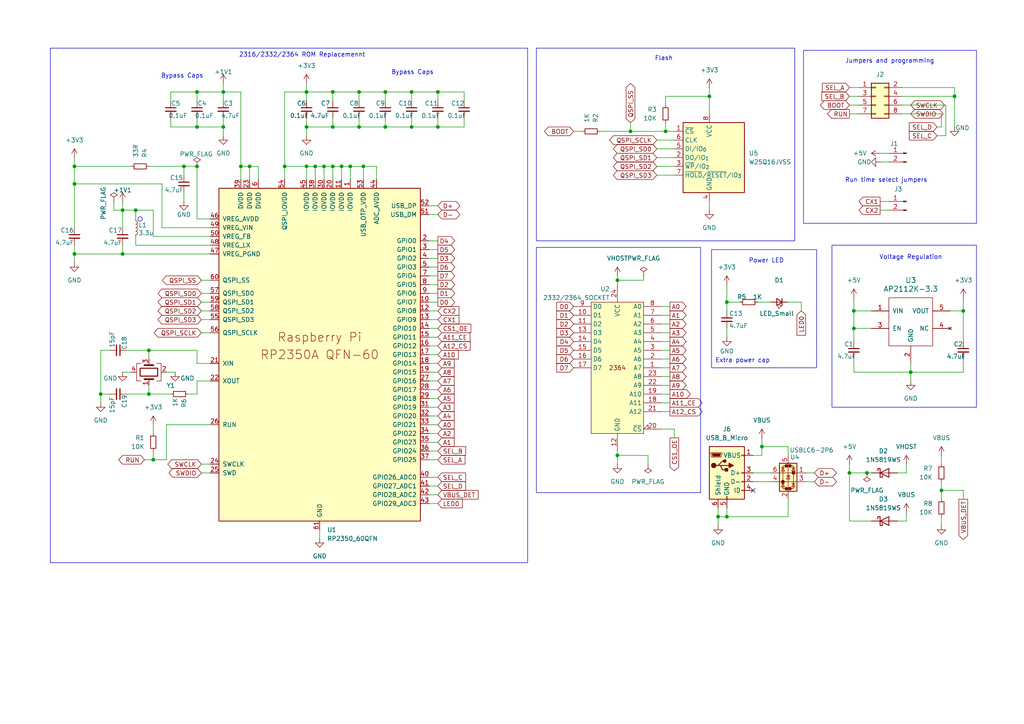
<source format=kicad_sch>
(kicad_sch (version 20250114) (generator "eeschema") (generator_version "9.0")
  (paper "A4")
  (title_block (title "One ROM") (date "2026-01-05") (rev "Fire 24 rev D") (company "piers.rocks") (comment 1 "(c) Piers Finlayson 2026"))
  (rectangle (start 155.575 71.755) (end 203.2 142.875))
  (circle (center 40.64 63.5) (radius 0.635))
  (rectangle (start 155.575 13.97) (end 230.505 69.85))
  (rectangle (start 236.855 99.06) (end 236.855 99.06))
  (rectangle (start 14.605 13.97) (end 153.035 163.195))
  (rectangle (start 233.045 14.605) (end 283.21 64.77))
  (rectangle (start 206.375 72.39) (end 236.855 106.68))
  (rectangle (start 241.3 71.12) (end 283.21 118.11))
  (text "Run time select jumpers" (at 257.048 52.324 0) (effects (font (size 1.27 1.27))))
  (text "Voltage Regulation" (at 264.16 74.676 0) (effects (font (size 1.27 1.27))))
  (text "Extra power cap" (at 215.392 104.648 0) (effects (font (size 1.27 1.27))))
  (text "2316/2332/2364 ROM Replacemennt" (at 87.63 16.002 0) (effects (font (size 1.27 1.27))))
  (text "Bypass Caps" (at 52.832 22.098 0) (effects (font (size 1.27 1.27))))
  (text "Power LED" (at 222.25 75.692 0) (effects (font (size 1.27 1.27))))
  (text "Bypass Caps" (at 119.634 21.082 0) (effects (font (size 1.27 1.27))))
  (text "Flash" (at 192.532 17.018 0) (effects (font (size 1.27 1.27))))
  (text "Jumpers and programming" (at 258.064 17.78 0) (effects (font (size 1.27 1.27))))
  (junction (at 35.56 60.96))
  (junction (at 21.59 48.26))
  (junction (at 21.59 73.66))
  (junction (at 104.14 36.83))
  (junction (at 104.14 26.67))
  (junction (at 82.55 48.26))
  (junction (at 96.52 36.83))
  (junction (at 179.07 132.08))
  (junction (at 273.05 142.24))
  (junction (at 72.39 48.26))
  (junction (at 119.38 26.67))
  (junction (at 57.15 36.83))
  (junction (at 43.18 114.3))
  (junction (at 111.76 36.83))
  (junction (at 29.21 114.3))
  (junction (at 182.88 38.1))
  (junction (at 35.56 73.66))
  (junction (at 69.85 48.26))
  (junction (at 64.77 26.67))
  (junction (at 208.28 149.86))
  (junction (at 205.74 27.94))
  (junction (at 179.07 81.28))
  (junction (at 247.65 90.17))
  (junction (at 96.52 48.26))
  (junction (at 88.9 26.67))
  (junction (at 57.15 26.67))
  (junction (at 105.41 48.26))
  (junction (at 91.44 48.26))
  (junction (at 264.16 107.95))
  (junction (at 99.06 48.26))
  (junction (at 21.59 53.34))
  (junction (at 101.6 48.26))
  (junction (at 210.82 149.86))
  (junction (at 88.9 48.26))
  (junction (at 210.82 87.63))
  (junction (at 247.65 95.25))
  (junction (at 93.98 48.26))
  (junction (at 53.34 48.26))
  (junction (at 44.45 133.35))
  (junction (at 193.04 38.1))
  (junction (at 127 26.67))
  (junction (at 88.9 36.83))
  (junction (at 246.38 137.16))
  (junction (at 127 36.83))
  (junction (at 96.52 26.67))
  (junction (at 220.98 129.54))
  (junction (at 119.38 36.83))
  (junction (at 39.37 60.96))
  (junction (at 64.77 36.83))
  (junction (at 111.76 26.67))
  (junction (at 251.46 137.16))
  (junction (at 279.4 90.17))
  (junction (at 57.15 48.26))
  (junction (at 276.86 27.94))
  (junction (at 43.18 101.6))
  (no_connect (at 218.44 142.24))
  (wire (pts (xy 279.4 90.17) (xy 279.4 99.06)))
  (wire (pts (xy 91.44 48.26) (xy 93.98 48.26)))
  (wire (pts (xy 232.41 87.63) (xy 232.41 90.17)))
  (wire (pts (xy 93.98 48.26) (xy 96.52 48.26)))
  (wire (pts (xy 186.69 81.28) (xy 179.07 81.28)))
  (wire (pts (xy 92.71 153.67) (xy 92.71 156.21)))
  (wire (pts (xy 44.45 68.58) (xy 60.96 68.58)))
  (wire (pts (xy 43.18 101.6) (xy 43.18 104.14)))
  (wire (pts (xy 220.98 129.54) (xy 228.6 129.54)))
  (wire (pts (xy 104.14 29.21) (xy 104.14 26.67)))
  (wire (pts (xy 119.38 34.29) (xy 119.38 36.83)))
  (wire (pts (xy 191.77 101.6) (xy 194.31 101.6)))
  (wire (pts (xy 69.85 26.67) (xy 64.77 26.67)))
  (wire (pts (xy 58.42 92.71) (xy 60.96 92.71)))
  (wire (pts (xy 88.9 52.07) (xy 88.9 48.26)))
  (wire (pts (xy 208.28 147.32) (xy 208.28 149.86)))
  (wire (pts (xy 104.14 36.83) (xy 104.14 34.29)))
  (wire (pts (xy 246.38 30.48) (xy 248.92 30.48)))
  (wire (pts (xy 43.18 111.76) (xy 43.18 114.3)))
  (wire (pts (xy 124.46 128.27) (xy 127 128.27)))
  (wire (pts (xy 273.05 132.08) (xy 273.05 134.62)))
  (wire (pts (xy 246.38 25.4) (xy 248.92 25.4)))
  (wire (pts (xy 247.65 107.95) (xy 264.16 107.95)))
  (wire (pts (xy 127 77.47) (xy 124.46 77.47)))
  (wire (pts (xy 49.53 26.67) (xy 49.53 29.21)))
  (wire (pts (xy 93.98 48.26) (xy 93.98 52.07)))
  (wire (pts (xy 99.06 48.26) (xy 99.06 52.07)))
  (wire (pts (xy 29.21 116.84) (xy 29.21 114.3)))
  (wire (pts (xy 101.6 52.07) (xy 101.6 48.26)))
  (wire (pts (xy 21.59 48.26) (xy 21.59 53.34)))
  (wire (pts (xy 195.58 124.46) (xy 195.58 127)))
  (wire (pts (xy 262.89 134.62) (xy 262.89 137.16)))
  (wire (pts (xy 53.34 55.88) (xy 53.34 58.42)))
  (wire (pts (xy 127 146.05) (xy 124.46 146.05)))
  (wire (pts (xy 191.77 96.52) (xy 194.31 96.52)))
  (wire (pts (xy 119.38 26.67) (xy 127 26.67)))
  (wire (pts (xy 91.44 52.07) (xy 91.44 48.26)))
  (wire (pts (xy 57.15 36.83) (xy 64.77 36.83)))
  (wire (pts (xy 264.16 107.95) (xy 264.16 110.49)))
  (wire (pts (xy 276.86 27.94) (xy 276.86 25.4)))
  (wire (pts (xy 57.15 36.83) (xy 57.15 34.29)))
  (wire (pts (xy 246.38 27.94) (xy 248.92 27.94)))
  (wire (pts (xy 255.27 44.45) (xy 257.81 44.45)))
  (wire (pts (xy 35.56 60.96) (xy 35.56 66.04)))
  (wire (pts (xy 233.68 139.7) (xy 236.22 139.7)))
  (wire (pts (xy 57.15 110.49) (xy 60.96 110.49)))
  (wire (pts (xy 233.68 137.16) (xy 236.22 137.16)))
  (wire (pts (xy 210.82 87.63) (xy 210.82 90.17)))
  (wire (pts (xy 210.82 95.25) (xy 210.82 97.79)))
  (wire (pts (xy 82.55 52.07) (xy 82.55 48.26)))
  (wire (pts (xy 58.42 96.52) (xy 60.96 96.52)))
  (wire (pts (xy 191.77 88.9) (xy 194.31 88.9)))
  (wire (pts (xy 39.37 71.12) (xy 39.37 68.58)))
  (wire (pts (xy 29.21 114.3) (xy 29.21 101.6)))
  (wire (pts (xy 273.05 36.83) (xy 273.05 33.02)))
  (wire (pts (xy 57.15 48.26) (xy 53.34 48.26)))
  (wire (pts (xy 104.14 26.67) (xy 111.76 26.67)))
  (wire (pts (xy 205.74 25.4) (xy 205.74 27.94)))
  (wire (pts (xy 220.98 129.54) (xy 220.98 127)))
  (wire (pts (xy 88.9 26.67) (xy 88.9 29.21)))
  (wire (pts (xy 96.52 34.29) (xy 96.52 36.83)))
  (wire (pts (xy 124.46 100.33) (xy 127 100.33)))
  (wire (pts (xy 36.83 114.3) (xy 43.18 114.3)))
  (wire (pts (xy 44.45 123.19) (xy 44.45 125.73)))
  (wire (pts (xy 46.99 53.34) (xy 21.59 53.34)))
  (wire (pts (xy 39.37 60.96) (xy 44.45 60.96)))
  (wire (pts (xy 57.15 26.67) (xy 64.77 26.67)))
  (wire (pts (xy 64.77 24.13) (xy 64.77 26.67)))
  (wire (pts (xy 279.4 107.95) (xy 279.4 104.14)))
  (wire (pts (xy 60.96 66.04) (xy 46.99 66.04)))
  (wire (pts (xy 74.93 48.26) (xy 72.39 48.26)))
  (wire (pts (xy 21.59 73.66) (xy 35.56 73.66)))
  (wire (pts (xy 210.82 82.55) (xy 210.82 87.63)))
  (wire (pts (xy 88.9 48.26) (xy 91.44 48.26)))
  (wire (pts (xy 127 69.85) (xy 124.46 69.85)))
  (wire (pts (xy 247.65 95.25) (xy 247.65 99.06)))
  (wire (pts (xy 35.56 71.12) (xy 35.56 73.66)))
  (wire (pts (xy 48.26 123.19) (xy 48.26 133.35)))
  (wire (pts (xy 127 138.43) (xy 124.46 138.43)))
  (wire (pts (xy 104.14 36.83) (xy 111.76 36.83)))
  (wire (pts (xy 124.46 95.25) (xy 127 95.25)))
  (wire (pts (xy 49.53 36.83) (xy 49.53 34.29)))
  (wire (pts (xy 35.56 107.95) (xy 38.1 107.95)))
  (wire (pts (xy 182.88 38.1) (xy 193.04 38.1)))
  (wire (pts (xy 205.74 27.94) (xy 205.74 33.02)))
  (wire (pts (xy 255.27 46.99) (xy 257.81 46.99)))
  (wire (pts (xy 166.37 38.1) (xy 168.91 38.1)))
  (wire (pts (xy 191.77 93.98) (xy 194.31 93.98)))
  (wire (pts (xy 21.59 45.72) (xy 21.59 48.26)))
  (wire (pts (xy 275.59 90.17) (xy 279.4 90.17)))
  (wire (pts (xy 119.38 36.83) (xy 127 36.83)))
  (wire (pts (xy 247.65 90.17) (xy 252.73 90.17)))
  (wire (pts (xy 53.34 48.26) (xy 53.34 50.8)))
  (wire (pts (xy 111.76 36.83) (xy 119.38 36.83)))
  (wire (pts (xy 273.05 142.24) (xy 279.4 142.24)))
  (wire (pts (xy 43.18 48.26) (xy 53.34 48.26)))
  (wire (pts (xy 246.38 137.16) (xy 246.38 151.13)))
  (wire (pts (xy 21.59 71.12) (xy 21.59 73.66)))
  (wire (pts (xy 58.42 87.63) (xy 60.96 87.63)))
  (wire (pts (xy 218.44 132.08) (xy 220.98 132.08)))
  (wire (pts (xy 228.6 132.08) (xy 228.6 129.54)))
  (wire (pts (xy 44.45 133.35) (xy 41.91 133.35)))
  (wire (pts (xy 261.62 27.94) (xy 276.86 27.94)))
  (wire (pts (xy 124.46 92.71) (xy 127 92.71)))
  (wire (pts (xy 29.21 101.6) (xy 31.75 101.6)))
  (wire (pts (xy 21.59 48.26) (xy 38.1 48.26)))
  (wire (pts (xy 273.05 149.86) (xy 273.05 152.4)))
  (wire (pts (xy 29.21 114.3) (xy 31.75 114.3)))
  (wire (pts (xy 190.5 43.18) (xy 195.58 43.18)))
  (wire (pts (xy 273.05 142.24) (xy 273.05 144.78)))
  (wire (pts (xy 35.56 73.66) (xy 60.96 73.66)))
  (wire (pts (xy 124.46 62.23) (xy 127 62.23)))
  (wire (pts (xy 64.77 26.67) (xy 64.77 29.21)))
  (wire (pts (xy 39.37 60.96) (xy 35.56 60.96)))
  (wire (pts (xy 247.65 90.17) (xy 247.65 95.25)))
  (wire (pts (xy 205.74 58.42) (xy 205.74 60.96)))
  (wire (pts (xy 88.9 36.83) (xy 88.9 34.29)))
  (wire (pts (xy 127 140.97) (xy 124.46 140.97)))
  (wire (pts (xy 124.46 59.69) (xy 127 59.69)))
  (wire (pts (xy 255.27 60.96) (xy 257.81 60.96)))
  (wire (pts (xy 127 118.11) (xy 124.46 118.11)))
  (wire (pts (xy 220.98 132.08) (xy 220.98 129.54)))
  (wire (pts (xy 21.59 73.66) (xy 21.59 76.2)))
  (wire (pts (xy 88.9 26.67) (xy 96.52 26.67)))
  (wire (pts (xy 193.04 30.48) (xy 193.04 27.94)))
  (wire (pts (xy 39.37 60.96) (xy 39.37 63.5)))
  (wire (pts (xy 44.45 60.96) (xy 44.45 68.58)))
  (wire (pts (xy 124.46 107.95) (xy 127 107.95)))
  (wire (pts (xy 104.14 26.67) (xy 96.52 26.67)))
  (wire (pts (xy 58.42 134.62) (xy 60.96 134.62)))
  (wire (pts (xy 105.41 48.26) (xy 105.41 52.07)))
  (wire (pts (xy 232.41 87.63) (xy 228.6 87.63)))
  (wire (pts (xy 127 143.51) (xy 124.46 143.51)))
  (wire (pts (xy 88.9 24.13) (xy 88.9 26.67)))
  (wire (pts (xy 228.6 149.86) (xy 228.6 144.78)))
  (wire (pts (xy 124.46 90.17) (xy 127 90.17)))
  (wire (pts (xy 218.44 137.16) (xy 223.52 137.16)))
  (wire (pts (xy 48.26 133.35) (xy 44.45 133.35)))
  (wire (pts (xy 173.99 38.1) (xy 182.88 38.1)))
  (wire (pts (xy 127 26.67) (xy 134.62 26.67)))
  (wire (pts (xy 247.65 104.14) (xy 247.65 107.95)))
  (wire (pts (xy 127 36.83) (xy 134.62 36.83)))
  (wire (pts (xy 279.4 86.36) (xy 279.4 90.17)))
  (wire (pts (xy 124.46 113.03) (xy 127 113.03)))
  (wire (pts (xy 82.55 26.67) (xy 82.55 48.26)))
  (wire (pts (xy 246.38 137.16) (xy 251.46 137.16)))
  (wire (pts (xy 276.86 25.4) (xy 261.62 25.4)))
  (wire (pts (xy 191.77 114.3) (xy 194.31 114.3)))
  (wire (pts (xy 124.46 102.87) (xy 127 102.87)))
  (wire (pts (xy 127 26.67) (xy 127 29.21)))
  (wire (pts (xy 57.15 101.6) (xy 57.15 105.41)))
  (wire (pts (xy 218.44 139.7) (xy 223.52 139.7)))
  (wire (pts (xy 58.42 90.17) (xy 60.96 90.17)))
  (wire (pts (xy 191.77 124.46) (xy 195.58 124.46)))
  (wire (pts (xy 57.15 26.67) (xy 49.53 26.67)))
  (wire (pts (xy 190.5 48.26) (xy 195.58 48.26)))
  (wire (pts (xy 264.16 107.95) (xy 279.4 107.95)))
  (wire (pts (xy 101.6 48.26) (xy 105.41 48.26)))
  (wire (pts (xy 36.83 101.6) (xy 43.18 101.6)))
  (wire (pts (xy 54.61 114.3) (xy 57.15 114.3)))
  (wire (pts (xy 190.5 45.72) (xy 195.58 45.72)))
  (wire (pts (xy 49.53 36.83) (xy 57.15 36.83)))
  (wire (pts (xy 246.38 33.02) (xy 248.92 33.02)))
  (wire (pts (xy 134.62 26.67) (xy 134.62 29.21)))
  (wire (pts (xy 274.32 39.37) (xy 274.32 30.48)))
  (wire (pts (xy 191.77 99.06) (xy 194.31 99.06)))
  (wire (pts (xy 82.55 26.67) (xy 88.9 26.67)))
  (wire (pts (xy 191.77 116.84) (xy 194.31 116.84)))
  (wire (pts (xy 44.45 130.81) (xy 44.45 133.35)))
  (wire (pts (xy 119.38 26.67) (xy 119.38 29.21)))
  (wire (pts (xy 190.5 50.8) (xy 195.58 50.8)))
  (wire (pts (xy 127 120.65) (xy 124.46 120.65)))
  (wire (pts (xy 72.39 48.26) (xy 69.85 48.26)))
  (wire (pts (xy 33.02 58.42) (xy 33.02 60.96)))
  (wire (pts (xy 35.56 58.42) (xy 35.56 60.96)))
  (wire (pts (xy 64.77 36.83) (xy 64.77 34.29)))
  (wire (pts (xy 273.05 139.7) (xy 273.05 142.24)))
  (wire (pts (xy 96.52 26.67) (xy 96.52 29.21)))
  (wire (pts (xy 191.77 106.68) (xy 194.31 106.68)))
  (wire (pts (xy 134.62 34.29) (xy 134.62 36.83)))
  (wire (pts (xy 276.86 27.94) (xy 276.86 36.83)))
  (wire (pts (xy 127 85.09) (xy 124.46 85.09)))
  (wire (pts (xy 179.07 130.81) (xy 179.07 132.08)))
  (wire (pts (xy 82.55 48.26) (xy 88.9 48.26)))
  (wire (pts (xy 33.02 60.96) (xy 35.56 60.96)))
  (wire (pts (xy 187.96 134.62) (xy 187.96 132.08)))
  (wire (pts (xy 105.41 48.26) (xy 109.22 48.26)))
  (wire (pts (xy 193.04 27.94) (xy 205.74 27.94)))
  (wire (pts (xy 191.77 109.22) (xy 194.31 109.22)))
  (wire (pts (xy 57.15 105.41) (xy 60.96 105.41)))
  (wire (pts (xy 251.46 137.16) (xy 252.73 137.16)))
  (wire (pts (xy 271.78 39.37) (xy 274.32 39.37)))
  (wire (pts (xy 261.62 30.48) (xy 274.32 30.48)))
  (wire (pts (xy 43.18 101.6) (xy 57.15 101.6)))
  (wire (pts (xy 262.89 148.59) (xy 262.89 151.13)))
  (wire (pts (xy 124.46 130.81) (xy 127 130.81)))
  (wire (pts (xy 96.52 36.83) (xy 104.14 36.83)))
  (wire (pts (xy 193.04 38.1) (xy 195.58 38.1)))
  (wire (pts (xy 262.89 137.16) (xy 260.35 137.16)))
  (wire (pts (xy 88.9 36.83) (xy 88.9 39.37)))
  (wire (pts (xy 124.46 105.41) (xy 127 105.41)))
  (wire (pts (xy 57.15 114.3) (xy 57.15 110.49)))
  (wire (pts (xy 193.04 35.56) (xy 193.04 38.1)))
  (wire (pts (xy 124.46 125.73) (xy 127 125.73)))
  (wire (pts (xy 191.77 91.44) (xy 194.31 91.44)))
  (wire (pts (xy 187.96 132.08) (xy 179.07 132.08)))
  (wire (pts (xy 261.62 33.02) (xy 273.05 33.02)))
  (wire (pts (xy 179.07 80.01) (xy 179.07 81.28)))
  (wire (pts (xy 21.59 53.34) (xy 21.59 66.04)))
  (wire (pts (xy 124.46 115.57) (xy 127 115.57)))
  (wire (pts (xy 69.85 52.07) (xy 69.85 48.26)))
  (wire (pts (xy 279.4 142.24) (xy 279.4 144.78)))
  (wire (pts (xy 210.82 87.63) (xy 214.63 87.63)))
  (wire (pts (xy 186.69 80.01) (xy 186.69 81.28)))
  (wire (pts (xy 264.16 105.41) (xy 264.16 107.95)))
  (wire (pts (xy 179.07 81.28) (xy 179.07 82.55)))
  (wire (pts (xy 111.76 26.67) (xy 111.76 29.21)))
  (wire (pts (xy 60.96 71.12) (xy 39.37 71.12)))
  (wire (pts (xy 208.28 149.86) (xy 210.82 149.86)))
  (wire (pts (xy 43.18 114.3) (xy 49.53 114.3)))
  (wire (pts (xy 247.65 95.25) (xy 252.73 95.25)))
  (wire (pts (xy 262.89 151.13) (xy 260.35 151.13)))
  (wire (pts (xy 58.42 137.16) (xy 60.96 137.16)))
  (wire (pts (xy 246.38 151.13) (xy 252.73 151.13)))
  (wire (pts (xy 72.39 52.07) (xy 72.39 48.26)))
  (wire (pts (xy 271.78 36.83) (xy 273.05 36.83)))
  (wire (pts (xy 96.52 48.26) (xy 99.06 48.26)))
  (wire (pts (xy 127 87.63) (xy 124.46 87.63)))
  (wire (pts (xy 179.07 132.08) (xy 179.07 134.62)))
  (wire (pts (xy 127 123.19) (xy 124.46 123.19)))
  (wire (pts (xy 191.77 111.76) (xy 194.31 111.76)))
  (wire (pts (xy 124.46 133.35) (xy 127 133.35)))
  (wire (pts (xy 127 82.55) (xy 124.46 82.55)))
  (wire (pts (xy 48.26 123.19) (xy 60.96 123.19)))
  (wire (pts (xy 57.15 63.5) (xy 57.15 48.26)))
  (wire (pts (xy 255.27 58.42) (xy 257.81 58.42)))
  (wire (pts (xy 69.85 48.26) (xy 69.85 26.67)))
  (wire (pts (xy 60.96 63.5) (xy 57.15 63.5)))
  (wire (pts (xy 191.77 119.38) (xy 194.31 119.38)))
  (wire (pts (xy 48.26 107.95) (xy 50.8 107.95)))
  (wire (pts (xy 124.46 110.49) (xy 127 110.49)))
  (wire (pts (xy 64.77 36.83) (xy 64.77 39.37)))
  (wire (pts (xy 109.22 52.07) (xy 109.22 48.26)))
  (wire (pts (xy 246.38 134.62) (xy 246.38 137.16)))
  (wire (pts (xy 124.46 97.79) (xy 127 97.79)))
  (wire (pts (xy 111.76 26.67) (xy 119.38 26.67)))
  (wire (pts (xy 57.15 26.67) (xy 57.15 29.21)))
  (wire (pts (xy 96.52 52.07) (xy 96.52 48.26)))
  (wire (pts (xy 210.82 149.86) (xy 210.82 147.32)))
  (wire (pts (xy 127 34.29) (xy 127 36.83)))
  (wire (pts (xy 208.28 149.86) (xy 208.28 152.4)))
  (wire (pts (xy 99.06 48.26) (xy 101.6 48.26)))
  (wire (pts (xy 191.77 104.14) (xy 194.31 104.14)))
  (wire (pts (xy 111.76 34.29) (xy 111.76 36.83)))
  (wire (pts (xy 210.82 149.86) (xy 228.6 149.86)))
  (wire (pts (xy 46.99 66.04) (xy 46.99 53.34)))
  (wire (pts (xy 127 80.01) (xy 124.46 80.01)))
  (wire (pts (xy 58.42 81.28) (xy 60.96 81.28)))
  (wire (pts (xy 127 74.93) (xy 124.46 74.93)))
  (wire (pts (xy 219.71 87.63) (xy 223.52 87.63)))
  (wire (pts (xy 74.93 52.07) (xy 74.93 48.26)))
  (wire (pts (xy 247.65 86.36) (xy 247.65 90.17)))
  (wire (pts (xy 58.42 85.09) (xy 60.96 85.09)))
  (wire (pts (xy 182.88 35.56) (xy 182.88 38.1)))
  (wire (pts (xy 127 72.39) (xy 124.46 72.39)))
  (wire (pts (xy 96.52 36.83) (xy 88.9 36.83)))
  (wire (pts (xy 190.5 40.64) (xy 195.58 40.64)))
  (global_label "A9" (shape output) (at 194.31 111.76 0) (property "Intersheetrefs" "${INTERSHEET_REFS}" (effects (hide yes))))
  (global_label "BOOT" (shape bidirectional) (at 246.38 30.48 180) (property "Intersheetrefs" "${INTERSHEET_REFS}" (effects (hide yes))))
  (global_label "SWCLK" (shape bidirectional) (at 58.42 134.62 180) (property "Intersheetrefs" "${INTERSHEET_REFS}" (effects (hide yes))))
  (global_label "SWDIO" (shape bidirectional) (at 264.16 33.02 0) (property "Intersheetrefs" "${INTERSHEET_REFS}" (effects (hide yes))))
  (global_label "A7" (shape input) (at 127 110.49 0) (property "Intersheetrefs" "${INTERSHEET_REFS}" (effects (hide yes))))
  (global_label "A11_CE" (shape input) (at 127 97.79 0) (property "Intersheetrefs" "${INTERSHEET_REFS}" (effects (hide yes))))
  (global_label "D+" (shape bidirectional) (at 236.22 137.16 0) (property "Intersheetrefs" "${INTERSHEET_REFS}" (effects (hide yes))))
  (global_label "A2" (shape output) (at 194.31 93.98 0) (property "Intersheetrefs" "${INTERSHEET_REFS}" (effects (hide yes))))
  (global_label "D6" (shape input) (at 166.37 104.14 180) (property "Intersheetrefs" "${INTERSHEET_REFS}" (effects (hide yes))))
  (global_label "D0" (shape input) (at 166.37 88.9 180) (property "Intersheetrefs" "${INTERSHEET_REFS}" (effects (hide yes))))
  (global_label "A0" (shape output) (at 194.31 88.9 0) (property "Intersheetrefs" "${INTERSHEET_REFS}" (effects (hide yes))))
  (global_label "QSPI_SD1" (shape bidirectional) (at 58.42 87.63 180) (property "Intersheetrefs" "${INTERSHEET_REFS}" (effects (hide yes))))
  (global_label "QSPI_SS" (shape bidirectional) (at 182.88 35.56 90) (property "Intersheetrefs" "${INTERSHEET_REFS}" (effects (hide yes))))
  (global_label "VBUS_DET" (shape input) (at 127 143.51 0) (property "Intersheetrefs" "${INTERSHEET_REFS}" (effects (hide yes))))
  (global_label "D2" (shape input) (at 166.37 93.98 180) (property "Intersheetrefs" "${INTERSHEET_REFS}" (effects (hide yes))))
  (global_label "A1" (shape output) (at 194.31 91.44 0) (property "Intersheetrefs" "${INTERSHEET_REFS}" (effects (hide yes))))
  (global_label "QSPI_SD3" (shape bidirectional) (at 58.42 92.71 180) (property "Intersheetrefs" "${INTERSHEET_REFS}" (effects (hide yes))))
  (global_label "D1" (shape input) (at 166.37 91.44 180) (property "Intersheetrefs" "${INTERSHEET_REFS}" (effects (hide yes))))
  (global_label "D7" (shape output) (at 127 80.01 0) (property "Intersheetrefs" "${INTERSHEET_REFS}" (effects (hide yes))))
  (global_label "SEL_D" (shape input) (at 271.78 36.83 180) (property "Intersheetrefs" "${INTERSHEET_REFS}" (effects (hide yes))))
  (global_label "QSPI_SD0" (shape bidirectional) (at 58.42 85.09 180) (property "Intersheetrefs" "${INTERSHEET_REFS}" (effects (hide yes))))
  (global_label "A3" (shape output) (at 194.31 96.52 0) (property "Intersheetrefs" "${INTERSHEET_REFS}" (effects (hide yes))))
  (global_label "A6" (shape output) (at 194.31 104.14 0) (property "Intersheetrefs" "${INTERSHEET_REFS}" (effects (hide yes))))
  (global_label "SEL_B" (shape input) (at 127 130.81 0) (property "Intersheetrefs" "${INTERSHEET_REFS}" (effects (hide yes))))
  (global_label "A6" (shape input) (at 127 113.03 0) (property "Intersheetrefs" "${INTERSHEET_REFS}" (effects (hide yes))))
  (global_label "D3" (shape output) (at 127 74.93 0) (property "Intersheetrefs" "${INTERSHEET_REFS}" (effects (hide yes))))
  (global_label "CX1" (shape input) (at 127 92.71 0) (property "Intersheetrefs" "${INTERSHEET_REFS}" (effects (hide yes))))
  (global_label "D0" (shape output) (at 127 87.63 0) (property "Intersheetrefs" "${INTERSHEET_REFS}" (effects (hide yes))))
  (global_label "D5" (shape output) (at 127 72.39 0) (property "Intersheetrefs" "${INTERSHEET_REFS}" (effects (hide yes))))
  (global_label "SWDIO" (shape bidirectional) (at 58.42 137.16 180) (property "Intersheetrefs" "${INTERSHEET_REFS}" (effects (hide yes))))
  (global_label "A12_CS" (shape input) (at 127 100.33 0) (property "Intersheetrefs" "${INTERSHEET_REFS}" (effects (hide yes))))
  (global_label "SEL_C" (shape input) (at 127 138.43 0) (property "Intersheetrefs" "${INTERSHEET_REFS}" (effects (hide yes))))
  (global_label "D-" (shape bidirectional) (at 127 62.23 0) (property "Intersheetrefs" "${INTERSHEET_REFS}" (effects (hide yes))))
  (global_label "A4" (shape output) (at 194.31 99.06 0) (property "Intersheetrefs" "${INTERSHEET_REFS}" (effects (hide yes))))
  (global_label "A9" (shape input) (at 127 105.41 0) (property "Intersheetrefs" "${INTERSHEET_REFS}" (effects (hide yes))))
  (global_label "A10" (shape input) (at 127 102.87 0) (property "Intersheetrefs" "${INTERSHEET_REFS}" (effects (hide yes))))
  (global_label "SEL_B" (shape input) (at 246.38 27.94 180) (property "Intersheetrefs" "${INTERSHEET_REFS}" (effects (hide yes))))
  (global_label "QSPI_SD1" (shape bidirectional) (at 190.5 45.72 180) (property "Intersheetrefs" "${INTERSHEET_REFS}" (effects (hide yes))))
  (global_label "QSPI_SS" (shape bidirectional) (at 58.42 81.28 180) (property "Intersheetrefs" "${INTERSHEET_REFS}" (effects (hide yes))))
  (global_label "CX2" (shape output) (at 255.27 60.96 180) (property "Intersheetrefs" "${INTERSHEET_REFS}" (effects (hide yes))))
  (global_label "CX2" (shape input) (at 127 90.17 0) (property "Intersheetrefs" "${INTERSHEET_REFS}" (effects (hide yes))))
  (global_label "D7" (shape input) (at 166.37 106.68 180) (property "Intersheetrefs" "${INTERSHEET_REFS}" (effects (hide yes))))
  (global_label "RUN" (shape output) (at 246.38 33.02 180) (property "Intersheetrefs" "${INTERSHEET_REFS}" (effects (hide yes))))
  (global_label "D-" (shape bidirectional) (at 236.22 139.7 0) (property "Intersheetrefs" "${INTERSHEET_REFS}" (effects (hide yes))))
  (global_label "D4" (shape input) (at 166.37 99.06 180) (property "Intersheetrefs" "${INTERSHEET_REFS}" (effects (hide yes))))
  (global_label "A1" (shape input) (at 127 128.27 0) (property "Intersheetrefs" "${INTERSHEET_REFS}" (effects (hide yes))))
  (global_label "A7" (shape output) (at 194.31 106.68 0) (property "Intersheetrefs" "${INTERSHEET_REFS}" (effects (hide yes))))
  (global_label "SEL_A" (shape input) (at 127 133.35 0) (property "Intersheetrefs" "${INTERSHEET_REFS}" (effects (hide yes))))
  (global_label "D2" (shape output) (at 127 82.55 0) (property "Intersheetrefs" "${INTERSHEET_REFS}" (effects (hide yes))))
  (global_label "D+" (shape bidirectional) (at 127 59.69 0) (property "Intersheetrefs" "${INTERSHEET_REFS}" (effects (hide yes))))
  (global_label "LED0" (shape input) (at 232.41 90.17 270) (property "Intersheetrefs" "${INTERSHEET_REFS}" (effects (hide yes))))
  (global_label "A5" (shape input) (at 127 115.57 0) (property "Intersheetrefs" "${INTERSHEET_REFS}" (effects (hide yes))))
  (global_label "QSPI_SCLK" (shape bidirectional) (at 190.5 40.64 180) (property "Intersheetrefs" "${INTERSHEET_REFS}" (effects (hide yes))))
  (global_label "CX1" (shape output) (at 255.27 58.42 180) (property "Intersheetrefs" "${INTERSHEET_REFS}" (effects (hide yes))))
  (global_label "A0" (shape input) (at 127 123.19 0) (property "Intersheetrefs" "${INTERSHEET_REFS}" (effects (hide yes))))
  (global_label "BOOT" (shape bidirectional) (at 166.37 38.1 180) (property "Intersheetrefs" "${INTERSHEET_REFS}" (effects (hide yes))))
  (global_label "LED0" (shape input) (at 127 146.05 0) (property "Intersheetrefs" "${INTERSHEET_REFS}" (effects (hide yes))))
  (global_label "SWCLK" (shape bidirectional) (at 264.16 30.48 0) (property "Intersheetrefs" "${INTERSHEET_REFS}" (effects (hide yes))))
  (global_label "QSPI_SD2" (shape bidirectional) (at 58.42 90.17 180) (property "Intersheetrefs" "${INTERSHEET_REFS}" (effects (hide yes))))
  (global_label "A5" (shape output) (at 194.31 101.6 0) (property "Intersheetrefs" "${INTERSHEET_REFS}" (effects (hide yes))))
  (global_label "A2" (shape input) (at 127 125.73 0) (property "Intersheetrefs" "${INTERSHEET_REFS}" (effects (hide yes))))
  (global_label "D1" (shape output) (at 127 85.09 0) (property "Intersheetrefs" "${INTERSHEET_REFS}" (effects (hide yes))))
  (global_label "A8" (shape output) (at 194.31 109.22 0) (property "Intersheetrefs" "${INTERSHEET_REFS}" (effects (hide yes))))
  (global_label "D4" (shape output) (at 127 69.85 0) (property "Intersheetrefs" "${INTERSHEET_REFS}" (effects (hide yes))))
  (global_label "A12_CS" (shape output) (at 194.31 119.38 0) (property "Intersheetrefs" "${INTERSHEET_REFS}" (effects (hide yes))))
  (global_label "SEL_C" (shape input) (at 271.78 39.37 180) (property "Intersheetrefs" "${INTERSHEET_REFS}" (effects (hide yes))))
  (global_label "QSPI_SD3" (shape bidirectional) (at 190.5 50.8 180) (property "Intersheetrefs" "${INTERSHEET_REFS}" (effects (hide yes))))
  (global_label "A10" (shape output) (at 194.31 114.3 0) (property "Intersheetrefs" "${INTERSHEET_REFS}" (effects (hide yes))))
  (global_label "CS1_OE" (shape output) (at 195.58 127 270) (property "Intersheetrefs" "${INTERSHEET_REFS}" (effects (hide yes))))
  (global_label "RUN" (shape bidirectional) (at 41.91 133.35 180) (property "Intersheetrefs" "${INTERSHEET_REFS}" (effects (hide yes))))
  (global_label "SEL_A" (shape input) (at 246.38 25.4 180) (property "Intersheetrefs" "${INTERSHEET_REFS}" (effects (hide yes))))
  (global_label "A11_CE" (shape output) (at 194.31 116.84 0) (property "Intersheetrefs" "${INTERSHEET_REFS}" (effects (hide yes))))
  (global_label "VBUS_DET" (shape output) (at 279.4 144.78 270) (property "Intersheetrefs" "${INTERSHEET_REFS}" (effects (hide yes))))
  (global_label "D6" (shape output) (at 127 77.47 0) (property "Intersheetrefs" "${INTERSHEET_REFS}" (effects (hide yes))))
  (global_label "QSPI_SD2" (shape bidirectional) (at 190.5 48.26 180) (property "Intersheetrefs" "${INTERSHEET_REFS}" (effects (hide yes))))
  (global_label "CS1_OE" (shape input) (at 127 95.25 0) (property "Intersheetrefs" "${INTERSHEET_REFS}" (effects (hide yes))))
  (global_label "QSPI_SCLK" (shape bidirectional) (at 58.42 96.52 180) (property "Intersheetrefs" "${INTERSHEET_REFS}" (effects (hide yes))))
  (global_label "A4" (shape input) (at 127 120.65 0) (property "Intersheetrefs" "${INTERSHEET_REFS}" (effects (hide yes))))
  (global_label "D5" (shape input) (at 166.37 101.6 180) (property "Intersheetrefs" "${INTERSHEET_REFS}" (effects (hide yes))))
  (global_label "SEL_D" (shape input) (at 127 140.97 0) (property "Intersheetrefs" "${INTERSHEET_REFS}" (effects (hide yes))))
  (global_label "A3" (shape input) (at 127 118.11 0) (property "Intersheetrefs" "${INTERSHEET_REFS}" (effects (hide yes))))
  (global_label "D3" (shape input) (at 166.37 96.52 180) (property "Intersheetrefs" "${INTERSHEET_REFS}" (effects (hide yes))))
  (global_label "QSPI_SD0" (shape bidirectional) (at 190.5 43.18 180) (property "Intersheetrefs" "${INTERSHEET_REFS}" (effects (hide yes))))
  (global_label "A8" (shape input) (at 127 107.95 0) (property "Intersheetrefs" "${INTERSHEET_REFS}" (effects (hide yes))))
  (symbol (lib_id "power:GND") (at 53.34 58.42 0) (unit 1)
    (property "Reference" "#PWR025" (effects (hide yes)))
    (property "Value" "GND" (at 53.34 62.23 0))
    (property "Description" "Power symbol creates a global label with name \"GND\" , ground" (effects (hide yes)))
  )
  (symbol (lib_id "Device:C_Small") (at 21.59 68.58 0) (mirror y) (unit 1)
    (property "Reference" "C16" (at 17.526 66.802 0) (effects (justify right)))
    (property "Value" "4.7uF" (at 16.002 70.358 0) (effects (justify right)))
    (property "Footprint" "RP2350_60QFN_minimal:C_0402_1005Metric_small_pads" (effects (hide yes)))
    (property "Description" "Unpolarized capacitor, small symbol" (effects (hide yes)))
    (property "Comment" "Samsung Electro-Mechanics CL05A475MP5NRNC" (effects (hide yes)))
    (property "LCSC" "C23733" (effects (hide yes)))
    (property "Price(10)" "$0.0048" (effects (hide yes)))
  )
  (symbol (lib_id "power:GND") (at 276.86 36.83 0) (unit 1)
    (property "Reference" "#PWR012" (effects (hide yes)))
    (property "Value" "GND" (at 279.146 37.084 0))
    (property "Description" "Power symbol creates a global label with name \"GND\" , ground" (effects (hide yes)))
  )
  (symbol (lib_id "power:GND") (at 205.74 60.96 0) (unit 1)
    (property "Reference" "#PWR022" (effects (hide yes)))
    (property "Value" "GND" (at 205.74 66.04 0))
    (property "Description" "Power symbol creates a global label with name \"GND\" , ground" (effects (hide yes)))
  )
  (symbol (lib_id "Device:R_Small") (at 52.07 114.3 270) (unit 1)
    (property "Reference" "R6" (at 53.34 115.57 0) (effects (justify left)))
    (property "Value" "1K" (at 50.8 115.316 0) (effects (justify left)))
    (property "Footprint" "Resistor_SMD:R_0402_1005Metric" (effects (hide yes)))
    (property "Description" "Resistor, small symbol" (effects (hide yes)))
    (property "Comment" "UNI-ROYAL(Uniroyal Elec) 0402WGF1001TCE" (effects (hide yes)))
    (property "LCSC" "C11702" (effects (hide yes)))
    (property "Price(10)" "$0.0005" (effects (hide yes)))
  )
  (symbol (lib_id "power:GND") (at 29.21 116.84 0) (unit 1)
    (property "Reference" "#PWR029" (effects (hide yes)))
    (property "Value" "GND" (at 29.21 121.92 0))
    (property "Description" "Power symbol creates a global label with name \"GND\" , ground" (effects (hide yes)))
  )
  (symbol (lib_id "power:PWR_FLAG") (at 186.69 80.01 0) (unit 1)
    (property "Reference" "#FLG01" (effects (hide yes)))
    (property "Value" "PWR_FLAG" (at 186.69 74.93 0))
    (property "Description" "Special symbol for telling ERC where power comes from" (effects (hide yes)))
  )
  (symbol (lib_id "Device:LED_Small") (at 226.06 87.63 180) (unit 1)
    (property "Reference" "D1" (at 225.9965 81.28 0))
    (property "Value" "LED_Small" (at 225.298 90.932 0))
    (property "Footprint" "LED_SMD:LED_0603_1608Metric" (effects (hide yes)))
    (property "Description" "Light emitting diode, small symbol" (effects (hide yes)))
    (property "Comment" "Hubei KENTO Elec KT-0603R" (effects (hide yes)))
    (property "LCSC" "C2286" (effects (hide yes)))
    (property "Price(10)" "$0.0056" (effects (hide yes)))
  )
  (symbol (lib_id "Connector_Generic:Conn_02x04_Odd_Even") (at 254 27.94 0) (unit 1)
    (property "Reference" "J2" (at 255.27 21.59 0))
    (property "Value" "Conn_02x04_Odd_Even" (effects (hide yes)))
    (property "Footprint" "piers footprints:PinHeader_2x04_P2.54mm_Vertical custom silkscreen" (effects (hide yes)))
    (property "Description" "Generic connector, double row, 02x04, odd/even pin numbering scheme (row 1 odd numbers, row 2 even numbers), script generated (kicad-library-utils/schlib/autogen/connector/)" (effects (hide yes)))
  )
  (symbol (lib_id "Connector:Conn_01x02_Pin") (at 262.89 58.42 0) (mirror y) (unit 1)
    (property "Reference" "J3" (at 259.334 54.864 0) (effects (justify right)))
    (property "Value" "Conn_01x02_Pin" (effects (hide yes)))
    (property "Footprint" "Connector_PinHeader_2.54mm:PinHeader_1x02_P2.54mm_Vertical" (effects (hide yes)))
    (property "Description" "Generic connector, single row, 01x02, script generated" (effects (hide yes)))
  )
  (symbol (lib_id "Device:C_Small") (at 49.53 31.75 0) (unit 1)
    (property "Reference" "C5" (at 52.324 29.972 0) (effects (justify right)))
    (property "Value" "0.1uF" (at 54.356 33.528 0) (effects (justify right)))
    (property "Footprint" "Capacitor_SMD:C_0402_1005Metric" (effects (hide yes)))
    (property "Description" "Unpolarized capacitor, small symbol" (effects (hide yes)))
    (property "Comment" "Samsung Electro-Mechanics CL05B104KO5NNNC" (effects (hide yes)))
    (property "LCSC" "C1525" (effects (hide yes)))
    (property "Price(10)" "$0.0011" (effects (hide yes)))
  )
  (symbol (lib_id "RP:RP2350_60QFN") (at 92.71 102.87 0) (unit 1)
    (property "Reference" "U1" (at 94.8533 153.67 0) (effects (justify left)))
    (property "Value" "RP2350_60QFN" (at 94.8533 156.21 0) (effects (justify left)))
    (property "Footprint" "RP2350_60QFN_minimal:RP2350-QFN-60-1EP_7x7_P0.4mm_EP3.4x3.4mm_ThermalVias" (effects (hide yes)))
    (property "LCSC" "C42411118" (effects (hide yes)))
    (property "Comment" "Raspberry Pi RP2350A" (effects (hide yes)))
    (property "Price(10)" "$1.4430" (effects (hide yes)))
  )
  (symbol (lib_id "power:GND") (at 273.05 152.4 0) (unit 1)
    (property "Reference" "#PWR03" (effects (hide yes)))
    (property "Value" "GND" (at 273.05 157.48 0))
    (property "Description" "Power symbol creates a global label with name \"GND\" , ground" (effects (hide yes)))
  )
  (symbol (lib_id "Device:C_Small") (at 96.52 31.75 0) (unit 1)
    (property "Reference" "C7" (at 95.758 29.972 0) (effects (justify right)))
    (property "Value" "4.7uF" (at 95.504 33.528 0) (effects (justify right)))
    (property "Footprint" "Capacitor_SMD:C_0402_1005Metric" (effects (hide yes)))
    (property "Description" "Unpolarized capacitor, small symbol" (effects (hide yes)))
    (property "Comment" "Samsung Electro-Mechanics CL05A475MP5NRNC" (effects (hide yes)))
    (property "LCSC" "C23733" (effects (hide yes)))
    (property "Price(10)" "$0.0048" (effects (hide yes)))
  )
  (symbol (lib_id "power:+3V3") (at 205.74 25.4 0) (unit 1)
    (property "Reference" "#PWR021" (effects (hide yes)))
    (property "Value" "+3V3" (at 205.74 20.32 0))
    (property "Description" "Power symbol creates a global label with name \"+3V3\"" (effects (hide yes)))
  )
  (symbol (lib_id "power:GND") (at 21.59 76.2 0) (unit 1)
    (property "Reference" "#PWR024" (effects (hide yes)))
    (property "Value" "GND" (at 21.59 81.28 0))
    (property "Description" "Power symbol creates a global label with name \"GND\" , ground" (effects (hide yes)))
  )
  (symbol (lib_id "Connector:USB_B_Micro") (at 210.82 137.16 0) (unit 1)
    (property "Reference" "J6" (at 210.82 124.46 0))
    (property "Value" "USB_B_Micro" (at 210.82 127 0))
    (property "Footprint" "piers footprints:USB_Micro-B_micro_xnj_073_C404969" (effects (hide yes)))
    (property "Description" "USB Micro Type B connector" (effects (hide yes)))
    (property "LCSC" "C404969" (effects (hide yes)))
  )
  (symbol (lib_id "power:GND") (at 208.28 152.4 0) (unit 1)
    (property "Reference" "#PWR010" (effects (hide yes)))
    (property "Value" "GND" (at 208.28 157.48 0))
    (property "Description" "Power symbol creates a global label with name \"GND\" , ground" (effects (hide yes)))
  )
  (symbol (lib_id "power:+5V") (at 255.27 44.45 90) (unit 1)
    (property "Reference" "#PWR019" (effects (hide yes)))
    (property "Value" "+5V" (at 251.46 44.4499 90) (effects (justify left)))
    (property "Description" "Power symbol creates a global label with name \"+5V\"" (effects (hide yes)))
  )
  (symbol (lib_id "Device:C_Small") (at 57.15 31.75 0) (unit 1)
    (property "Reference" "C4" (at 59.944 29.972 0) (effects (justify right)))
    (property "Value" "0.1uF" (at 61.976 33.528 0) (effects (justify right)))
    (property "Footprint" "Capacitor_SMD:C_0402_1005Metric" (effects (hide yes)))
    (property "Description" "Unpolarized capacitor, small symbol" (effects (hide yes)))
    (property "Comment" "Samsung Electro-Mechanics CL05B104KO5NNNC" (effects (hide yes)))
    (property "LCSC" "C1525" (effects (hide yes)))
    (property "Price(10)" "$0.0011" (effects (hide yes)))
  )
  (symbol (lib_id "power:PWR_FLAG") (at 251.46 137.16 180) (unit 1)
    (property "Reference" "#FLG05" (effects (hide yes)))
    (property "Value" "PWR_FLAG" (at 251.46 142.24 0))
    (property "Description" "Special symbol for telling ERC where power comes from" (effects (hide yes)))
  )
  (symbol (lib_id "power:GND") (at 64.77 39.37 0) (mirror y) (unit 1)
    (property "Reference" "#PWR011" (effects (hide yes)))
    (property "Value" "GND" (at 64.77 44.45 0))
    (property "Description" "Power symbol creates a global label with name \"GND\" , ground" (effects (hide yes)))
  )
  (symbol (lib_id "Device:R_Small") (at 171.45 38.1 270) (mirror x) (unit 1)
    (property "Reference" "R2" (at 172.7201 35.56 0) (effects (justify left)))
    (property "Value" "1K" (at 170.1801 35.56 0) (effects (justify left)))
    (property "Footprint" "Resistor_SMD:R_0402_1005Metric" (effects (hide yes)))
    (property "Description" "Resistor, small symbol" (effects (hide yes)))
    (property "Comment" "UNI-ROYAL(Uniroyal Elec) 0402WGF1001TCE" (effects (hide yes)))
    (property "LCSC" "C11702" (effects (hide yes)))
    (property "Price(10)" "$0.0005" (effects (hide yes)))
  )
  (symbol (lib_id "power:+1V1") (at 64.77 24.13 0) (unit 1)
    (property "Reference" "#PWR08" (effects (hide yes)))
    (property "Value" "+1V1" (at 64.77 20.828 0))
    (property "Description" "Power symbol creates a global label with name \"+1V1\"" (effects (hide yes)))
  )
  (symbol (lib_id "Device:Crystal_GND24") (at 43.18 107.95 270) (mirror x) (unit 1)
    (property "Reference" "Y1" (at 49.53 111.8302 90))
    (property "Value" "Crystal_GND24" (effects (hide yes)))
    (property "Footprint" "Crystal:Crystal_SMD_Abracon_ABM8G-4Pin_3.2x2.5mm" (effects (hide yes)))
    (property "Description" "Four pin crystal, GND on pins 2 and 4" (effects (hide yes)))
    (property "LCSC" "C20625731" (effects (hide yes)))
    (property "Comment" "Abracon LLC ABM8-272-T3" (effects (hide yes)))
    (property "Price(10)" "$0.4200" (effects (hide yes)))
  )
  (symbol (lib_id "power:+5V") (at 247.65 86.36 0) (unit 1)
    (property "Reference" "#PWR04" (effects (hide yes)))
    (property "Value" "+5V" (at 247.65 81.28 0))
    (property "Description" "Power symbol creates a global label with name \"+5V\"" (effects (hide yes)))
  )
  (symbol (lib_id "Device:R_Small") (at 273.05 137.16 0) (mirror y) (unit 1)
    (property "Reference" "R7" (at 270.51 135.8899 0) (effects (justify left)))
    (property "Value" "10K" (at 270.51 138.4299 0) (effects (justify left)))
    (property "Footprint" "Resistor_SMD:R_0402_1005Metric" (effects (hide yes)))
    (property "Description" "Resistor, small symbol" (effects (hide yes)))
    (property "Comment" "UNI-ROYAL(Uniroyal Elec) 0402WGF1002TCE" (effects (hide yes)))
    (property "LCSC" "C25744" (effects (hide yes)))
    (property "Price(10)" "$0.0005" (effects (hide yes)))
  )
  (symbol (lib_id "power:GND") (at 210.82 97.79 0) (unit 1)
    (property "Reference" "#PWR09" (effects (hide yes)))
    (property "Value" "GND" (at 210.82 101.854 0))
    (property "Description" "Power symbol creates a global label with name \"GND\" , ground" (effects (hide yes)))
  )
  (symbol (lib_id "Device:C_Small") (at 64.77 31.75 0) (unit 1)
    (property "Reference" "C3" (at 67.564 29.972 0) (effects (justify right)))
    (property "Value" "4.7uF" (at 69.596 33.528 0) (effects (justify right)))
    (property "Footprint" "Capacitor_SMD:C_0402_1005Metric" (effects (hide yes)))
    (property "Description" "Unpolarized capacitor, small symbol" (effects (hide yes)))
    (property "Comment" "Samsung Electro-Mechanics CL05A475MP5NRNC" (effects (hide yes)))
    (property "LCSC" "C23733" (effects (hide yes)))
    (property "Price(10)" "$0.0048" (effects (hide yes)))
  )
  (symbol (lib_id "Diode:1N5819WS") (at 256.54 137.16 0) (unit 1)
    (property "Reference" "D2" (at 256.2225 130.81 0))
    (property "Value" "1N5819WS" (at 256.2225 133.35 0))
    (property "Footprint" "Diode_SMD:D_SOD-323" (effects (hide yes)))
    (property "LCSC" "C191023" (effects (hide yes)))
  )
  (symbol (lib_id "Device:C_Small") (at 210.82 92.71 0) (unit 1)
    (property "Reference" "C13" (at 215.392 90.932 0) (effects (justify right)))
    (property "Value" "4.7uF" (at 216.916 94.488 0) (effects (justify right)))
    (property "Footprint" "Capacitor_SMD:C_0402_1005Metric" (effects (hide yes)))
    (property "Description" "Unpolarized capacitor, small symbol" (effects (hide yes)))
    (property "Comment" "Samsung Electro-Mechanics CL05A475MP5NRNC" (effects (hide yes)))
    (property "LCSC" "C23733" (effects (hide yes)))
    (property "Price(10)" "$0.0048" (effects (hide yes)))
  )
  (symbol (lib_id "power:+3V3") (at 44.45 123.19 0) (unit 1)
    (property "Reference" "#PWR032" (effects (hide yes)))
    (property "Value" "+3V3" (at 44.45 118.11 0))
    (property "Description" "Power symbol creates a global label with name \"+3V3\"" (effects (hide yes)))
  )
  (symbol (lib_id "Connector:Conn_01x02_Pin") (at 262.89 44.45 0) (mirror y) (unit 1)
    (property "Reference" "J1" (at 259.334 41.656 0))
    (property "Value" "Conn_01x02_Pin" (effects (hide yes)))
    (property "Footprint" "Connector_PinHeader_2.54mm:PinHeader_1x02_P2.54mm_Vertical" (effects (hide yes)))
    (property "Description" "Generic connector, single row, 01x02, script generated" (effects (hide yes)))
  )
  (symbol (lib_id "power:+5V") (at 273.05 132.08 0) (unit 1)
    (property "Reference" "#PWR06" (effects (hide yes)))
    (property "Value" "VBUS" (at 273.05 127 0))
    (property "Description" "Power symbol creates a global label with name \"+5V\"" (effects (hide yes)))
  )
  (symbol (lib_id "power:GND") (at 92.71 156.21 0) (unit 1)
    (property "Reference" "#PWR020" (effects (hide yes)))
    (property "Value" "GND" (at 92.71 161.29 0))
    (property "Description" "Power symbol creates a global label with name \"GND\" , ground" (effects (hide yes)))
  )
  (symbol (lib_id "power:GND") (at 35.56 107.95 0) (mirror y) (unit 1)
    (property "Reference" "#PWR028" (effects (hide yes)))
    (property "Value" "GND" (at 32.004 109.728 0))
    (property "Description" "Power symbol creates a global label with name \"GND\" , ground" (effects (hide yes)))
  )
  (symbol (lib_id "Device:C_Small") (at 104.14 31.75 0) (mirror y) (unit 1)
    (property "Reference" "C8" (at 101.346 29.972 0) (effects (justify right)))
    (property "Value" "0.1uF" (at 99.314 33.528 0) (effects (justify right)))
    (property "Footprint" "Capacitor_SMD:C_0402_1005Metric" (effects (hide yes)))
    (property "Description" "Unpolarized capacitor, small symbol" (effects (hide yes)))
    (property "Comment" "Samsung Electro-Mechanics CL05B104KO5NNNC" (effects (hide yes)))
    (property "LCSC" "C1525" (effects (hide yes)))
    (property "Price(10)" "$0.0011" (effects (hide yes)))
  )
  (symbol (lib_id "Device:R_Small") (at 273.05 147.32 0) (mirror y) (unit 1)
    (property "Reference" "R8" (at 270.51 146.0499 0) (effects (justify left)))
    (property "Value" "10K" (at 270.51 148.5899 0) (effects (justify left)))
    (property "Footprint" "Resistor_SMD:R_0402_1005Metric" (effects (hide yes)))
    (property "Description" "Resistor, small symbol" (effects (hide yes)))
    (property "Comment" "UNI-ROYAL(Uniroyal Elec) 0402WGF1002TCE" (effects (hide yes)))
    (property "LCSC" "C25744" (effects (hide yes)))
    (property "Price(10)" "$0.0005" (effects (hide yes)))
  )
  (symbol (lib_id "Device:C_Small") (at 88.9 31.75 0) (mirror y) (unit 1)
    (property "Reference" "C6" (at 86.106 29.972 0) (effects (justify right)))
    (property "Value" "0.1uF" (at 84.074 33.528 0) (effects (justify right)))
    (property "Footprint" "Capacitor_SMD:C_0402_1005Metric" (effects (hide yes)))
    (property "Description" "Unpolarized capacitor, small symbol" (effects (hide yes)))
    (property "Comment" "Samsung Electro-Mechanics CL05B104KO5NNNC" (effects (hide yes)))
    (property "LCSC" "C1525" (effects (hide yes)))
    (property "Price(10)" "$0.0011" (effects (hide yes)))
  )
  (symbol (lib_id "piers_old:RT9013") (at 264.16 95.25 0) (unit 1)
    (property "Reference" "U3" (at 264.16 81.28 0) (effects (font (size 1.524 1.524))))
    (property "Value" "AP2112K-3.3" (at 264.16 83.82 0) (effects (font (size 1.524 1.524))))
    (property "Footprint" "Package_TO_SOT_SMD:SOT-23-5" (effects (hide yes)))
    (property "Comment" "Diodes Incorporated AP2112K-3.3TRG1" (effects (hide yes)))
    (property "LCSC" "C51118" (effects (hide yes)))
    (property "Price(10)" "$0.1059" (effects (hide yes)))
  )
  (symbol (lib_id "Device:C_Small") (at 247.65 101.6 0) (mirror y) (unit 1)
    (property "Reference" "C1" (at 244.856 99.822 0) (effects (justify right)))
    (property "Value" "4.7uF" (at 242.824 103.378 0) (effects (justify right)))
    (property "Footprint" "Capacitor_SMD:C_0402_1005Metric" (effects (hide yes)))
    (property "Description" "Unpolarized capacitor, small symbol" (effects (hide yes)))
    (property "Comment" "Samsung Electro-Mechanics CL05A475MP5NRNC" (effects (hide yes)))
    (property "LCSC" "C23733" (effects (hide yes)))
    (property "Price(10)" "$0.0048" (effects (hide yes)))
  )
  (symbol (lib_id "power:GND") (at 255.27 46.99 270) (unit 1)
    (property "Reference" "#PWR018" (effects (hide yes)))
    (property "Value" "GND" (at 250.698 46.99 90))
    (property "Description" "Power symbol creates a global label with name \"GND\" , ground" (effects (hide yes)))
  )
  (symbol (lib_id "power:PWR_FLAG") (at 187.96 134.62 0) (mirror x) (unit 1)
    (property "Reference" "#FLG02" (effects (hide yes)))
    (property "Value" "PWR_FLAG" (at 187.96 139.7 0))
    (property "Description" "Special symbol for telling ERC where power comes from" (effects (hide yes)))
  )
  (symbol (lib_id "power:+5V") (at 179.07 80.01 0) (unit 1)
    (property "Reference" "#PWR01" (effects (hide yes)))
    (property "Value" "VHOST" (at 179.07 74.93 0))
    (property "Description" "Power symbol creates a global label with name \"+5V\"" (effects (hide yes)))
  )
  (symbol (lib_id "Diode:1N5819WS") (at 256.54 151.13 0) (unit 1)
    (property "Reference" "D3" (at 256.2225 144.78 0))
    (property "Value" "1N5819WS" (at 256.2225 147.32 0))
    (property "Footprint" "Diode_SMD:D_SOD-323" (effects (hide yes)))
    (property "LCSC" "C191023" (effects (hide yes)))
  )
  (symbol (lib_id "power:PWR_FLAG") (at 57.15 48.26 0) (unit 1)
    (property "Reference" "#FLG03" (effects (hide yes)))
    (property "Value" "PWR_FLAG" (at 56.896 44.704 0))
    (property "Description" "Special symbol for telling ERC where power comes from" (effects (hide yes)))
  )
  (symbol (lib_id "Device:R_Small") (at 40.64 48.26 270) (mirror x) (unit 1)
    (property "Reference" "R4" (at 41.9101 45.72 0) (effects (justify left)))
    (property "Value" "33R" (at 39.3701 45.72 0) (effects (justify left)))
    (property "Footprint" "Resistor_SMD:R_0402_1005Metric" (effects (hide yes)))
    (property "Description" "Resistor, small symbol" (effects (hide yes)))
    (property "Comment" "UNI-ROYAL(Uniroyal Elec) 0402WGF330JTCE" (effects (hide yes)))
    (property "LCSC" "C25105" (effects (hide yes)))
    (property "Price(10)" "$0.0006" (effects (hide yes)))
  )
  (symbol (lib_id "power:+5V") (at 246.38 134.62 0) (unit 1)
    (property "Reference" "#PWR014" (effects (hide yes)))
    (property "Value" "+5V" (at 246.38 129.54 0))
    (property "Description" "Power symbol creates a global label with name \"+5V\"" (effects (hide yes)))
  )
  (symbol (lib_id "power:+1V1") (at 35.56 58.42 0) (unit 1)
    (property "Reference" "#PWR026" (effects (hide yes)))
    (property "Value" "+1V1" (at 35.56 55.118 0))
    (property "Description" "Power symbol creates a global label with name \"+1V1\"" (effects (hide yes)))
  )
  (symbol (lib_id "piers_retro:2364") (at 179.07 106.68 0) (mirror y) (unit 1)
    (property "Reference" "U2" (at 176.8759 83.82 0) (effects (justify left)))
    (property "Value" "2332/2364 SOCKET" (at 176.8759 86.36 0) (effects (justify left)))
    (property "Footprint" "piers_retro_footprints:2x12 dip pin output 600mil centres no ss" (effects (hide yes)))
  )
  (symbol (lib_id "power:+3V3") (at 88.9 24.13 0) (unit 1)
    (property "Reference" "#PWR030" (effects (hide yes)))
    (property "Value" "+3V3" (at 88.9 19.05 0))
    (property "Description" "Power symbol creates a global label with name \"+3V3\"" (effects (hide yes)))
  )
  (symbol (lib_id "Device:C_Small") (at 279.4 101.6 0) (mirror y) (unit 1)
    (property "Reference" "C2" (at 276.606 99.822 0) (effects (justify right)))
    (property "Value" "4.7uF" (at 274.574 103.378 0) (effects (justify right)))
    (property "Footprint" "Capacitor_SMD:C_0402_1005Metric" (effects (hide yes)))
    (property "Description" "Unpolarized capacitor, small symbol" (effects (hide yes)))
    (property "Comment" "Samsung Electro-Mechanics CL05A475MP5NRNC" (effects (hide yes)))
    (property "LCSC" "C23733" (effects (hide yes)))
    (property "Price(10)" "$0.0048" (effects (hide yes)))
  )
  (symbol (lib_id "Device:L_Small") (at 39.37 66.04 0) (unit 1)
    (property "Reference" "L1" (at 40.132 65.278 0) (effects (justify left)))
    (property "Value" "3.3u" (at 40.132 67.564 0) (effects (justify left)))
    (property "Footprint" "RP2350_60QFN_minimal:L_pol_2016" (effects (hide yes)))
    (property "Description" "Inductor, small symbol" (effects (hide yes)))
    (property "LCSC" "C42411119" (effects (hide yes)))
    (property "Comment" "Abracon LLC AOTA-B201610S3R3-101-T" (effects (hide yes)))
    (property "Price(10)" "$0.2736" (effects (hide yes)))
  )
  (symbol (lib_id "Device:C_Small") (at 35.56 68.58 0) (mirror y) (unit 1)
    (property "Reference" "C17" (at 31.496 66.802 0) (effects (justify right)))
    (property "Value" "4.7uF" (at 29.972 70.358 0) (effects (justify right)))
    (property "Footprint" "RP2350_60QFN_minimal:C_0402_1005Metric_small_pads" (effects (hide yes)))
    (property "Description" "Unpolarized capacitor, small symbol" (effects (hide yes)))
    (property "Comment" "Samsung Electro-Mechanics CL05A475MP5NRNC" (effects (hide yes)))
    (property "LCSC" "C23733" (effects (hide yes)))
    (property "Price(10)" "$0.0048" (effects (hide yes)))
  )
  (symbol (lib_id "power:+5V") (at 262.89 134.62 0) (unit 1)
    (property "Reference" "#PWR016" (effects (hide yes)))
    (property "Value" "VHOST" (at 262.89 129.54 0))
    (property "Description" "Power symbol creates a global label with name \"+5V\"" (effects (hide yes)))
  )
  (symbol (lib_id "Device:R_Small") (at 193.04 33.02 0) (mirror y) (unit 1)
    (property "Reference" "R3" (at 190.5 31.7499 0) (effects (justify left)))
    (property "Value" "10K" (at 190.5 34.2899 0) (effects (justify left)))
    (property "Footprint" "Resistor_SMD:R_0402_1005Metric" (effects (hide yes)))
    (property "Description" "Resistor, small symbol" (effects (hide yes)))
    (property "Comment" "UNI-ROYAL(Uniroyal Elec) 0402WGF1002TCE" (effects (hide yes)))
    (property "LCSC" "C25744" (effects (hide yes)))
    (property "Price(10)" "$0.0005" (effects (hide yes)))
  )
  (symbol (lib_id "power:+3V3") (at 210.82 82.55 0) (unit 1)
    (property "Reference" "#PWR015" (effects (hide yes)))
    (property "Value" "+3V3" (at 210.82 77.47 0))
    (property "Description" "Power symbol creates a global label with name \"+3V3\"" (effects (hide yes)))
  )
  (symbol (lib_id "Device:C_Small") (at 34.29 101.6 270) (mirror x) (unit 1)
    (property "Reference" "C18" (at 36.068 97.536 0) (effects (justify right)))
    (property "Value" "15pF" (at 32.512 96.012 0) (effects (justify right)))
    (property "Footprint" "Capacitor_SMD:C_0402_1005Metric" (effects (hide yes)))
    (property "Description" "Unpolarized capacitor, small symbol" (effects (hide yes)))
    (property "Comment" "FH (Guangdong Fenghua Advanced Tech) 0402CG150J500NT" (effects (hide yes)))
    (property "LCSC" "C1548" (effects (hide yes)))
    (property "Price(10)" "$0.0010" (effects (hide yes)))
  )
  (symbol (lib_id "Device:C_Small") (at 134.62 31.75 0) (mirror y) (unit 1)
    (property "Reference" "C12" (at 130.81 29.972 0) (effects (justify right)))
    (property "Value" "0.1uF" (at 129.794 33.528 0) (effects (justify right)))
    (property "Footprint" "Capacitor_SMD:C_0402_1005Metric" (effects (hide yes)))
    (property "Description" "Unpolarized capacitor, small symbol" (effects (hide yes)))
    (property "Comment" "Samsung Electro-Mechanics CL05B104KO5NNNC" (effects (hide yes)))
    (property "LCSC" "C1525" (effects (hide yes)))
    (property "Price(10)" "$0.0011" (effects (hide yes)))
  )
  (symbol (lib_id "Device:R_Small") (at 217.17 87.63 90) (unit 1)
    (property "Reference" "R5" (at 215.138 86.106 90))
    (property "Value" "1K" (at 219.71 86.106 90))
    (property "Footprint" "Resistor_SMD:R_0402_1005Metric" (effects (hide yes)))
    (property "Description" "Resistor, small symbol" (effects (hide yes)))
    (property "Comment" "UNI-ROYAL(Uniroyal Elec) 0402WGF1001TCE" (effects (hide yes)))
    (property "LCSC" "C11702" (effects (hide yes)))
    (property "Price(10)" "$0.0005" (effects (hide yes)))
  )
  (symbol (lib_id "Device:C_Small") (at 34.29 114.3 270) (unit 1)
    (property "Reference" "C19" (at 36.068 118.364 0) (effects (justify right)))
    (property "Value" "15pF" (at 32.512 119.888 0) (effects (justify right)))
    (property "Footprint" "Capacitor_SMD:C_0402_1005Metric" (effects (hide yes)))
    (property "Description" "Unpolarized capacitor, small symbol" (effects (hide yes)))
    (property "Comment" "FH (Guangdong Fenghua Advanced Tech) 0402CG150J500NT" (effects (hide yes)))
    (property "LCSC" "C1548" (effects (hide yes)))
    (property "Price(10)" "$0.0010" (effects (hide yes)))
  )
  (symbol (lib_id "Device:R_Small") (at 44.45 128.27 0) (mirror y) (unit 1)
    (property "Reference" "R1" (at 41.91 126.9999 0) (effects (justify left)))
    (property "Value" "10K" (at 41.91 129.5399 0) (effects (justify left)))
    (property "Footprint" "Resistor_SMD:R_0402_1005Metric" (effects (hide yes)))
    (property "Description" "Resistor, small symbol" (effects (hide yes)))
    (property "Comment" "UNI-ROYAL(Uniroyal Elec) 0402WGF1002TCE" (effects (hide yes)))
    (property "LCSC" "C25744" (effects (hide yes)))
    (property "Price(10)" "$0.0005" (effects (hide yes)))
  )
  (symbol (lib_id "power:+5V") (at 220.98 127 0) (unit 1)
    (property "Reference" "#PWR013" (effects (hide yes)))
    (property "Value" "VBUS" (at 220.98 121.92 0))
    (property "Description" "Power symbol creates a global label with name \"+5V\"" (effects (hide yes)))
  )
  (symbol (lib_id "power:PWR_FLAG") (at 33.02 58.42 0) (unit 1)
    (property "Reference" "#FLG04" (effects (hide yes)))
    (property "Value" "PWR_FLAG" (at 29.972 58.928 90))
    (property "Description" "Special symbol for telling ERC where power comes from" (effects (hide yes)))
  )
  (symbol (lib_id "Device:C_Small") (at 119.38 31.75 0) (mirror y) (unit 1)
    (property "Reference" "C10" (at 115.57 29.972 0) (effects (justify right)))
    (property "Value" "0.1uF" (at 114.554 33.528 0) (effects (justify right)))
    (property "Footprint" "Capacitor_SMD:C_0402_1005Metric" (effects (hide yes)))
    (property "Description" "Unpolarized capacitor, small symbol" (effects (hide yes)))
    (property "Comment" "Samsung Electro-Mechanics CL05B104KO5NNNC" (effects (hide yes)))
    (property "LCSC" "C1525" (effects (hide yes)))
    (property "Price(10)" "$0.0011" (effects (hide yes)))
  )
  (symbol (lib_id "power:+5V") (at 262.89 148.59 0) (unit 1)
    (property "Reference" "#PWR017" (effects (hide yes)))
    (property "Value" "VBUS" (at 262.89 143.51 0))
    (property "Description" "Power symbol creates a global label with name \"+5V\"" (effects (hide yes)))
  )
  (symbol (lib_id "power:GND") (at 50.8 107.95 0) (unit 1)
    (property "Reference" "#PWR027" (effects (hide yes)))
    (property "Value" "GND" (at 54.356 109.728 0))
    (property "Description" "Power symbol creates a global label with name \"GND\" , ground" (effects (hide yes)))
  )
  (symbol (lib_id "power:GND") (at 179.07 134.62 0) (unit 1)
    (property "Reference" "#PWR07" (effects (hide yes)))
    (property "Value" "GND" (at 179.07 139.7 0))
    (property "Description" "Power symbol creates a global label with name \"GND\" , ground" (effects (hide yes)))
  )
  (symbol (lib_id "Device:C_Small") (at 53.34 53.34 0) (mirror y) (unit 1)
    (property "Reference" "C15" (at 49.276 51.562 0) (effects (justify right)))
    (property "Value" "4.7uF" (at 47.752 55.118 0) (effects (justify right)))
    (property "Footprint" "Capacitor_SMD:C_0402_1005Metric" (effects (hide yes)))
    (property "Description" "Unpolarized capacitor, small symbol" (effects (hide yes)))
    (property "Comment" "Samsung Electro-Mechanics CL05A475MP5NRNC" (effects (hide yes)))
    (property "LCSC" "C23733" (effects (hide yes)))
    (property "Price(10)" "$0.0048" (effects (hide yes)))
  )
  (symbol (lib_id "Device:C_Small") (at 111.76 31.75 0) (mirror y) (unit 1)
    (property "Reference" "C9" (at 108.966 29.972 0) (effects (justify right)))
    (property "Value" "0.1uF" (at 106.934 33.528 0) (effects (justify right)))
    (property "Footprint" "Capacitor_SMD:C_0402_1005Metric" (effects (hide yes)))
    (property "Description" "Unpolarized capacitor, small symbol" (effects (hide yes)))
    (property "Comment" "Samsung Electro-Mechanics CL05B104KO5NNNC" (effects (hide yes)))
    (property "LCSC" "C1525" (effects (hide yes)))
    (property "Price(10)" "$0.0011" (effects (hide yes)))
  )
  (symbol (lib_id "power:+3V3") (at 21.59 45.72 0) (unit 1)
    (property "Reference" "#PWR023" (effects (hide yes)))
    (property "Value" "+3V3" (at 21.59 40.64 0))
    (property "Description" "Power symbol creates a global label with name \"+3V3\"" (effects (hide yes)))
  )
  (symbol (lib_id "power:GND") (at 264.16 110.49 0) (unit 1)
    (property "Reference" "#PWR05" (effects (hide yes)))
    (property "Value" "GND" (at 264.16 115.57 0))
    (property "Description" "Power symbol creates a global label with name \"GND\" , ground" (effects (hide yes)))
  )
  (symbol (lib_id "Device:C_Small") (at 127 31.75 0) (mirror y) (unit 1)
    (property "Reference" "C11" (at 123.19 29.972 0) (effects (justify right)))
    (property "Value" "0.1uF" (at 122.174 33.528 0) (effects (justify right)))
    (property "Footprint" "Capacitor_SMD:C_0402_1005Metric" (effects (hide yes)))
    (property "Description" "Unpolarized capacitor, small symbol" (effects (hide yes)))
    (property "Comment" "Samsung Electro-Mechanics CL05B104KO5NNNC" (effects (hide yes)))
    (property "LCSC" "C1525" (effects (hide yes)))
    (property "Price(10)" "$0.0011" (effects (hide yes)))
  )
  (symbol (lib_id "power:GND") (at 88.9 39.37 0) (unit 1)
    (property "Reference" "#PWR031" (effects (hide yes)))
    (property "Value" "GND" (at 88.9 44.45 0))
    (property "Description" "Power symbol creates a global label with name \"GND\" , ground" (effects (hide yes)))
  )
  (symbol (lib_id "Memory_Flash:W25Q16JVSS") (at 205.74 45.72 0) (unit 1)
    (property "Reference" "U5" (at 217.17 44.4499 0) (effects (justify left)))
    (property "Value" "W25Q16JVSS" (at 217.17 46.9899 0) (effects (justify left)))
    (property "Footprint" "Package_SON:Winbond_USON-8-1EP_3x2mm_P0.5mm_EP0.2x1.6mm" (effects (hide yes)))
    (property "Datasheet" "https://www.winbond.com/hq/support/documentation/levelOne.jsp?__locale=en&DocNo=DA00-W25Q16JV.1" (effects (hide yes)))
    (property "Description" "16Mbit / 2MiB Serial Flash Memory, Standard/Dual/Quad SPI, 2.7-3.6V, SOIC-8 (208 mil)" (effects (hide yes)))
    (property "Comment" "Winbond Elec W25Q16JVUXIQ" (effects (hide yes)))
    (property "LCSC" "C2843335" (effects (hide yes)))
    (property "Price(10)" "$0.5220" (effects (hide yes)))
  )
  (symbol (lib_id "power:+3V3") (at 279.4 86.36 0) (unit 1)
    (property "Reference" "#PWR02" (effects (hide yes)))
    (property "Value" "+3V3" (at 279.4 81.28 0))
    (property "Description" "Power symbol creates a global label with name \"+3V3\"" (effects (hide yes)))
  )
  (symbol (lib_id "Power_Protection:USBLC6-2P6") (at 228.6 137.16 0) (mirror y) (unit 1)
    (property "Reference" "U4" (at 231.902 132.588 0) (effects (justify left)))
    (property "Value" "USBLC6-2P6" (at 241.808 130.556 0) (effects (justify left)))
    (property "Footprint" "Package_TO_SOT_SMD:SOT-666" (effects (hide yes)))
    (property "Datasheet" "https://www.st.com/resource/en/datasheet/usblc6-2.pdf" (effects (hide yes)))
    (property "Description" "Very low capacitance ESD protection diode, 2 data-line, SOT-666" (effects (hide yes)))
    (property "LCSC" "C15999" (effects (hide yes)))
  )
)
</source>
